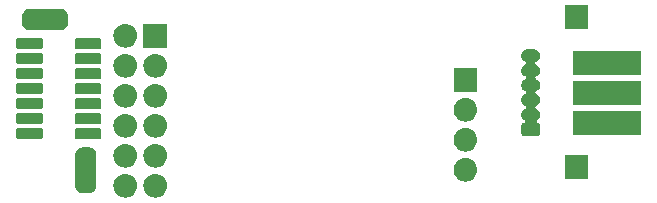
<source format=gbs>
G04 #@! TF.GenerationSoftware,KiCad,Pcbnew,(5.1.4)-1*
G04 #@! TF.CreationDate,2020-02-28T22:33:25+00:00*
G04 #@! TF.ProjectId,analog,616e616c-6f67-42e6-9b69-6361645f7063,rev?*
G04 #@! TF.SameCoordinates,Original*
G04 #@! TF.FileFunction,Soldermask,Bot*
G04 #@! TF.FilePolarity,Negative*
%FSLAX46Y46*%
G04 Gerber Fmt 4.6, Leading zero omitted, Abs format (unit mm)*
G04 Created by KiCad (PCBNEW (5.1.4)-1) date 2020-02-28 22:33:25*
%MOMM*%
%LPD*%
G04 APERTURE LIST*
%ADD10C,0.100000*%
G04 APERTURE END LIST*
D10*
G36*
X40549836Y-46090830D02*
G01*
X40738332Y-46148009D01*
X40912058Y-46240868D01*
X41064328Y-46365832D01*
X41189292Y-46518102D01*
X41282151Y-46691828D01*
X41339330Y-46880324D01*
X41358638Y-47076360D01*
X41339330Y-47272396D01*
X41282151Y-47460892D01*
X41189292Y-47634618D01*
X41064328Y-47786888D01*
X40912058Y-47911852D01*
X40738332Y-48004711D01*
X40549836Y-48061890D01*
X40402920Y-48076360D01*
X40304680Y-48076360D01*
X40157764Y-48061890D01*
X39969268Y-48004711D01*
X39795542Y-47911852D01*
X39643272Y-47786888D01*
X39518308Y-47634618D01*
X39425449Y-47460892D01*
X39368270Y-47272396D01*
X39348962Y-47076360D01*
X39368270Y-46880324D01*
X39425449Y-46691828D01*
X39518308Y-46518102D01*
X39643272Y-46365832D01*
X39795542Y-46240868D01*
X39969268Y-46148009D01*
X40157764Y-46090830D01*
X40304680Y-46076360D01*
X40402920Y-46076360D01*
X40549836Y-46090830D01*
X40549836Y-46090830D01*
G37*
G36*
X38009836Y-46090830D02*
G01*
X38198332Y-46148009D01*
X38372058Y-46240868D01*
X38524328Y-46365832D01*
X38649292Y-46518102D01*
X38742151Y-46691828D01*
X38799330Y-46880324D01*
X38818638Y-47076360D01*
X38799330Y-47272396D01*
X38742151Y-47460892D01*
X38649292Y-47634618D01*
X38524328Y-47786888D01*
X38372058Y-47911852D01*
X38198332Y-48004711D01*
X38009836Y-48061890D01*
X37862920Y-48076360D01*
X37764680Y-48076360D01*
X37617764Y-48061890D01*
X37429268Y-48004711D01*
X37255542Y-47911852D01*
X37103272Y-47786888D01*
X36978308Y-47634618D01*
X36885449Y-47460892D01*
X36828270Y-47272396D01*
X36808962Y-47076360D01*
X36828270Y-46880324D01*
X36885449Y-46691828D01*
X36978308Y-46518102D01*
X37103272Y-46365832D01*
X37255542Y-46240868D01*
X37429268Y-46148009D01*
X37617764Y-46090830D01*
X37764680Y-46076360D01*
X37862920Y-46076360D01*
X38009836Y-46090830D01*
X38009836Y-46090830D01*
G37*
G36*
X34737947Y-43816147D02*
G01*
X34750689Y-43816773D01*
X34768863Y-43816773D01*
X34811042Y-43820927D01*
X34894639Y-43837556D01*
X34900779Y-43839418D01*
X34900787Y-43839420D01*
X34929062Y-43847997D01*
X34929065Y-43847998D01*
X34935203Y-43849860D01*
X35013956Y-43882480D01*
X35019614Y-43885504D01*
X35019618Y-43885506D01*
X35045677Y-43899435D01*
X35045684Y-43899440D01*
X35051340Y-43902463D01*
X35122217Y-43949821D01*
X35154977Y-43976707D01*
X35215253Y-44036983D01*
X35242139Y-44069743D01*
X35289497Y-44140620D01*
X35292520Y-44146276D01*
X35292525Y-44146283D01*
X35306454Y-44172342D01*
X35306456Y-44172346D01*
X35309480Y-44178004D01*
X35342100Y-44256757D01*
X35343962Y-44262895D01*
X35343963Y-44262898D01*
X35352540Y-44291173D01*
X35352542Y-44291181D01*
X35354404Y-44297321D01*
X35371033Y-44380918D01*
X35375187Y-44423097D01*
X35375187Y-44441271D01*
X35375813Y-44454013D01*
X35377595Y-44472106D01*
X35377595Y-45009334D01*
X35376866Y-45016736D01*
X35376240Y-45029478D01*
X35376240Y-46501962D01*
X35376866Y-46514704D01*
X35377595Y-46522106D01*
X35377595Y-47059334D01*
X35375813Y-47077427D01*
X35375187Y-47090169D01*
X35375187Y-47108343D01*
X35371033Y-47150522D01*
X35354404Y-47234119D01*
X35352542Y-47240259D01*
X35352540Y-47240267D01*
X35343963Y-47268542D01*
X35342100Y-47274683D01*
X35309480Y-47353436D01*
X35306456Y-47359094D01*
X35306454Y-47359098D01*
X35292525Y-47385157D01*
X35292520Y-47385164D01*
X35289497Y-47390820D01*
X35242139Y-47461697D01*
X35215253Y-47494457D01*
X35154977Y-47554733D01*
X35122217Y-47581619D01*
X35051340Y-47628977D01*
X35045684Y-47632000D01*
X35045677Y-47632005D01*
X35019618Y-47645934D01*
X35019614Y-47645936D01*
X35013956Y-47648960D01*
X34935203Y-47681580D01*
X34929065Y-47683442D01*
X34929062Y-47683443D01*
X34900787Y-47692020D01*
X34900779Y-47692022D01*
X34894639Y-47693884D01*
X34811042Y-47710513D01*
X34768863Y-47714667D01*
X34750689Y-47714667D01*
X34737947Y-47715293D01*
X34726240Y-47716446D01*
X34719854Y-47717075D01*
X34232626Y-47717075D01*
X34214533Y-47715293D01*
X34201791Y-47714667D01*
X34183617Y-47714667D01*
X34141438Y-47710513D01*
X34057841Y-47693884D01*
X34051701Y-47692022D01*
X34051693Y-47692020D01*
X34023418Y-47683443D01*
X34023415Y-47683442D01*
X34017277Y-47681580D01*
X33938524Y-47648960D01*
X33932866Y-47645936D01*
X33932862Y-47645934D01*
X33906803Y-47632005D01*
X33906796Y-47632000D01*
X33901140Y-47628977D01*
X33830263Y-47581619D01*
X33797503Y-47554733D01*
X33737227Y-47494457D01*
X33710341Y-47461697D01*
X33662983Y-47390820D01*
X33659960Y-47385164D01*
X33659955Y-47385157D01*
X33646026Y-47359098D01*
X33646024Y-47359094D01*
X33643000Y-47353436D01*
X33610380Y-47274683D01*
X33608517Y-47268542D01*
X33599940Y-47240267D01*
X33599938Y-47240259D01*
X33598076Y-47234119D01*
X33581447Y-47150522D01*
X33577293Y-47108343D01*
X33577293Y-47090169D01*
X33576667Y-47077427D01*
X33574885Y-47059334D01*
X33574885Y-46522106D01*
X33575614Y-46514704D01*
X33576240Y-46501962D01*
X33576240Y-45029478D01*
X33575614Y-45016736D01*
X33574885Y-45009334D01*
X33574885Y-44472106D01*
X33576667Y-44454013D01*
X33577293Y-44441271D01*
X33577293Y-44423097D01*
X33581447Y-44380918D01*
X33598076Y-44297321D01*
X33599938Y-44291181D01*
X33599940Y-44291173D01*
X33608517Y-44262898D01*
X33608518Y-44262895D01*
X33610380Y-44256757D01*
X33643000Y-44178004D01*
X33646024Y-44172346D01*
X33646026Y-44172342D01*
X33659955Y-44146283D01*
X33659960Y-44146276D01*
X33662983Y-44140620D01*
X33710341Y-44069743D01*
X33737227Y-44036983D01*
X33797503Y-43976707D01*
X33830263Y-43949821D01*
X33901140Y-43902463D01*
X33906796Y-43899440D01*
X33906803Y-43899435D01*
X33932862Y-43885506D01*
X33932866Y-43885504D01*
X33938524Y-43882480D01*
X34017277Y-43849860D01*
X34023415Y-43847998D01*
X34023418Y-43847997D01*
X34051693Y-43839420D01*
X34051701Y-43839418D01*
X34057841Y-43837556D01*
X34141438Y-43820927D01*
X34183617Y-43816773D01*
X34201791Y-43816773D01*
X34214533Y-43816147D01*
X34232626Y-43814365D01*
X34719854Y-43814365D01*
X34737947Y-43816147D01*
X34737947Y-43816147D01*
G37*
G36*
X66813436Y-44744630D02*
G01*
X67001932Y-44801809D01*
X67175658Y-44894668D01*
X67327928Y-45019632D01*
X67452892Y-45171902D01*
X67545751Y-45345628D01*
X67602930Y-45534124D01*
X67622238Y-45730160D01*
X67602930Y-45926196D01*
X67545751Y-46114692D01*
X67452892Y-46288418D01*
X67327928Y-46440688D01*
X67175658Y-46565652D01*
X67001932Y-46658511D01*
X66813436Y-46715690D01*
X66666520Y-46730160D01*
X66568280Y-46730160D01*
X66421364Y-46715690D01*
X66232868Y-46658511D01*
X66059142Y-46565652D01*
X65906872Y-46440688D01*
X65781908Y-46288418D01*
X65689049Y-46114692D01*
X65631870Y-45926196D01*
X65612562Y-45730160D01*
X65631870Y-45534124D01*
X65689049Y-45345628D01*
X65781908Y-45171902D01*
X65906872Y-45019632D01*
X66059142Y-44894668D01*
X66232868Y-44801809D01*
X66421364Y-44744630D01*
X66568280Y-44730160D01*
X66666520Y-44730160D01*
X66813436Y-44744630D01*
X66813436Y-44744630D01*
G37*
G36*
X77040800Y-46500960D02*
G01*
X75040800Y-46500960D01*
X75040800Y-44500960D01*
X77040800Y-44500960D01*
X77040800Y-46500960D01*
X77040800Y-46500960D01*
G37*
G36*
X40549836Y-43550830D02*
G01*
X40738332Y-43608009D01*
X40912058Y-43700868D01*
X41064328Y-43825832D01*
X41189292Y-43978102D01*
X41282151Y-44151828D01*
X41339330Y-44340324D01*
X41358638Y-44536360D01*
X41339330Y-44732396D01*
X41282151Y-44920892D01*
X41189292Y-45094618D01*
X41064328Y-45246888D01*
X40912058Y-45371852D01*
X40738332Y-45464711D01*
X40549836Y-45521890D01*
X40402920Y-45536360D01*
X40304680Y-45536360D01*
X40157764Y-45521890D01*
X39969268Y-45464711D01*
X39795542Y-45371852D01*
X39643272Y-45246888D01*
X39518308Y-45094618D01*
X39425449Y-44920892D01*
X39368270Y-44732396D01*
X39348962Y-44536360D01*
X39368270Y-44340324D01*
X39425449Y-44151828D01*
X39518308Y-43978102D01*
X39643272Y-43825832D01*
X39795542Y-43700868D01*
X39969268Y-43608009D01*
X40157764Y-43550830D01*
X40304680Y-43536360D01*
X40402920Y-43536360D01*
X40549836Y-43550830D01*
X40549836Y-43550830D01*
G37*
G36*
X38009836Y-43550830D02*
G01*
X38198332Y-43608009D01*
X38372058Y-43700868D01*
X38524328Y-43825832D01*
X38649292Y-43978102D01*
X38742151Y-44151828D01*
X38799330Y-44340324D01*
X38818638Y-44536360D01*
X38799330Y-44732396D01*
X38742151Y-44920892D01*
X38649292Y-45094618D01*
X38524328Y-45246888D01*
X38372058Y-45371852D01*
X38198332Y-45464711D01*
X38009836Y-45521890D01*
X37862920Y-45536360D01*
X37764680Y-45536360D01*
X37617764Y-45521890D01*
X37429268Y-45464711D01*
X37255542Y-45371852D01*
X37103272Y-45246888D01*
X36978308Y-45094618D01*
X36885449Y-44920892D01*
X36828270Y-44732396D01*
X36808962Y-44536360D01*
X36828270Y-44340324D01*
X36885449Y-44151828D01*
X36978308Y-43978102D01*
X37103272Y-43825832D01*
X37255542Y-43700868D01*
X37429268Y-43608009D01*
X37617764Y-43550830D01*
X37764680Y-43536360D01*
X37862920Y-43536360D01*
X38009836Y-43550830D01*
X38009836Y-43550830D01*
G37*
G36*
X66813436Y-42204630D02*
G01*
X67001932Y-42261809D01*
X67175658Y-42354668D01*
X67327928Y-42479632D01*
X67452892Y-42631902D01*
X67545751Y-42805628D01*
X67602930Y-42994124D01*
X67622238Y-43190160D01*
X67602930Y-43386196D01*
X67545751Y-43574692D01*
X67452892Y-43748418D01*
X67327928Y-43900688D01*
X67175658Y-44025652D01*
X67001932Y-44118511D01*
X66813436Y-44175690D01*
X66666520Y-44190160D01*
X66568280Y-44190160D01*
X66421364Y-44175690D01*
X66232868Y-44118511D01*
X66059142Y-44025652D01*
X65906872Y-43900688D01*
X65781908Y-43748418D01*
X65689049Y-43574692D01*
X65631870Y-43386196D01*
X65612562Y-43190160D01*
X65631870Y-42994124D01*
X65689049Y-42805628D01*
X65781908Y-42631902D01*
X65906872Y-42479632D01*
X66059142Y-42354668D01*
X66232868Y-42261809D01*
X66421364Y-42204630D01*
X66568280Y-42190160D01*
X66666520Y-42190160D01*
X66813436Y-42204630D01*
X66813436Y-42204630D01*
G37*
G36*
X35662372Y-42207911D02*
G01*
X35692267Y-42216980D01*
X35719822Y-42231708D01*
X35743972Y-42251528D01*
X35763792Y-42275678D01*
X35778520Y-42303233D01*
X35787589Y-42333128D01*
X35791280Y-42370606D01*
X35791280Y-42937834D01*
X35787589Y-42975312D01*
X35778520Y-43005207D01*
X35763792Y-43032762D01*
X35743972Y-43056912D01*
X35719822Y-43076732D01*
X35692267Y-43091460D01*
X35662372Y-43100529D01*
X35624894Y-43104220D01*
X33707666Y-43104220D01*
X33670188Y-43100529D01*
X33640293Y-43091460D01*
X33612738Y-43076732D01*
X33588588Y-43056912D01*
X33568768Y-43032762D01*
X33554040Y-43005207D01*
X33544971Y-42975312D01*
X33541280Y-42937834D01*
X33541280Y-42370606D01*
X33544971Y-42333128D01*
X33554040Y-42303233D01*
X33568768Y-42275678D01*
X33588588Y-42251528D01*
X33612738Y-42231708D01*
X33640293Y-42216980D01*
X33670188Y-42207911D01*
X33707666Y-42204220D01*
X35624894Y-42204220D01*
X35662372Y-42207911D01*
X35662372Y-42207911D01*
G37*
G36*
X30712372Y-42207911D02*
G01*
X30742267Y-42216980D01*
X30769822Y-42231708D01*
X30793972Y-42251528D01*
X30813792Y-42275678D01*
X30828520Y-42303233D01*
X30837589Y-42333128D01*
X30841280Y-42370606D01*
X30841280Y-42937834D01*
X30837589Y-42975312D01*
X30828520Y-43005207D01*
X30813792Y-43032762D01*
X30793972Y-43056912D01*
X30769822Y-43076732D01*
X30742267Y-43091460D01*
X30712372Y-43100529D01*
X30674894Y-43104220D01*
X28757666Y-43104220D01*
X28720188Y-43100529D01*
X28690293Y-43091460D01*
X28662738Y-43076732D01*
X28638588Y-43056912D01*
X28618768Y-43032762D01*
X28604040Y-43005207D01*
X28594971Y-42975312D01*
X28591280Y-42937834D01*
X28591280Y-42370606D01*
X28594971Y-42333128D01*
X28604040Y-42303233D01*
X28618768Y-42275678D01*
X28638588Y-42251528D01*
X28662738Y-42231708D01*
X28690293Y-42216980D01*
X28720188Y-42207911D01*
X28757666Y-42204220D01*
X30674894Y-42204220D01*
X30712372Y-42207911D01*
X30712372Y-42207911D01*
G37*
G36*
X38009836Y-41010830D02*
G01*
X38198332Y-41068009D01*
X38372058Y-41160868D01*
X38524328Y-41285832D01*
X38649292Y-41438102D01*
X38742151Y-41611828D01*
X38799330Y-41800324D01*
X38818638Y-41996360D01*
X38799330Y-42192396D01*
X38742151Y-42380892D01*
X38649292Y-42554618D01*
X38524328Y-42706888D01*
X38372058Y-42831852D01*
X38198332Y-42924711D01*
X38009836Y-42981890D01*
X37862920Y-42996360D01*
X37764680Y-42996360D01*
X37617764Y-42981890D01*
X37429268Y-42924711D01*
X37255542Y-42831852D01*
X37103272Y-42706888D01*
X36978308Y-42554618D01*
X36885449Y-42380892D01*
X36828270Y-42192396D01*
X36808962Y-41996360D01*
X36828270Y-41800324D01*
X36885449Y-41611828D01*
X36978308Y-41438102D01*
X37103272Y-41285832D01*
X37255542Y-41160868D01*
X37429268Y-41068009D01*
X37617764Y-41010830D01*
X37764680Y-40996360D01*
X37862920Y-40996360D01*
X38009836Y-41010830D01*
X38009836Y-41010830D01*
G37*
G36*
X40549836Y-41010830D02*
G01*
X40738332Y-41068009D01*
X40912058Y-41160868D01*
X41064328Y-41285832D01*
X41189292Y-41438102D01*
X41282151Y-41611828D01*
X41339330Y-41800324D01*
X41358638Y-41996360D01*
X41339330Y-42192396D01*
X41282151Y-42380892D01*
X41189292Y-42554618D01*
X41064328Y-42706888D01*
X40912058Y-42831852D01*
X40738332Y-42924711D01*
X40549836Y-42981890D01*
X40402920Y-42996360D01*
X40304680Y-42996360D01*
X40157764Y-42981890D01*
X39969268Y-42924711D01*
X39795542Y-42831852D01*
X39643272Y-42706888D01*
X39518308Y-42554618D01*
X39425449Y-42380892D01*
X39368270Y-42192396D01*
X39348962Y-41996360D01*
X39368270Y-41800324D01*
X39425449Y-41611828D01*
X39518308Y-41438102D01*
X39643272Y-41285832D01*
X39795542Y-41160868D01*
X39969268Y-41068009D01*
X40157764Y-41010830D01*
X40304680Y-40996360D01*
X40402920Y-40996360D01*
X40549836Y-41010830D01*
X40549836Y-41010830D01*
G37*
G36*
X72512420Y-35508918D02*
G01*
X72616093Y-35540367D01*
X72663868Y-35565904D01*
X72711642Y-35591439D01*
X72711644Y-35591440D01*
X72711643Y-35591440D01*
X72795390Y-35660170D01*
X72864120Y-35743917D01*
X72915193Y-35839467D01*
X72946642Y-35943140D01*
X72957261Y-36050960D01*
X72946642Y-36158780D01*
X72915193Y-36262453D01*
X72915192Y-36262454D01*
X72864121Y-36358002D01*
X72795390Y-36441750D01*
X72711642Y-36510481D01*
X72671704Y-36531828D01*
X72616545Y-36561311D01*
X72595356Y-36575469D01*
X72577335Y-36593489D01*
X72563177Y-36614679D01*
X72553425Y-36638223D01*
X72548453Y-36663218D01*
X72548453Y-36688702D01*
X72553425Y-36713697D01*
X72563177Y-36737241D01*
X72577335Y-36758430D01*
X72595355Y-36776451D01*
X72616545Y-36790609D01*
X72711642Y-36841439D01*
X72711644Y-36841440D01*
X72711643Y-36841440D01*
X72795390Y-36910170D01*
X72864120Y-36993917D01*
X72915193Y-37089467D01*
X72946642Y-37193140D01*
X72957261Y-37300960D01*
X72946642Y-37408780D01*
X72915193Y-37512453D01*
X72915192Y-37512454D01*
X72864121Y-37608002D01*
X72795390Y-37691750D01*
X72711642Y-37760481D01*
X72639166Y-37799220D01*
X72616545Y-37811311D01*
X72595356Y-37825469D01*
X72577335Y-37843489D01*
X72563177Y-37864679D01*
X72553425Y-37888223D01*
X72548453Y-37913218D01*
X72548453Y-37938702D01*
X72553425Y-37963697D01*
X72563177Y-37987241D01*
X72577335Y-38008430D01*
X72595355Y-38026451D01*
X72616545Y-38040609D01*
X72711642Y-38091439D01*
X72711644Y-38091440D01*
X72711643Y-38091440D01*
X72795390Y-38160170D01*
X72864120Y-38243917D01*
X72915193Y-38339467D01*
X72946642Y-38443140D01*
X72957261Y-38550960D01*
X72946642Y-38658780D01*
X72915193Y-38762453D01*
X72915192Y-38762454D01*
X72864121Y-38858002D01*
X72795390Y-38941750D01*
X72711642Y-39010481D01*
X72627771Y-39055311D01*
X72616545Y-39061311D01*
X72595356Y-39075469D01*
X72577335Y-39093489D01*
X72563177Y-39114679D01*
X72553425Y-39138223D01*
X72548453Y-39163218D01*
X72548453Y-39188702D01*
X72553425Y-39213697D01*
X72563177Y-39237241D01*
X72577335Y-39258430D01*
X72595355Y-39276451D01*
X72616545Y-39290609D01*
X72711642Y-39341439D01*
X72795390Y-39410170D01*
X72833298Y-39456360D01*
X72864120Y-39493917D01*
X72915193Y-39589467D01*
X72946642Y-39693140D01*
X72957261Y-39800960D01*
X72946642Y-39908780D01*
X72915193Y-40012453D01*
X72889656Y-40060228D01*
X72864121Y-40108002D01*
X72795390Y-40191750D01*
X72711642Y-40260481D01*
X72652950Y-40291852D01*
X72616545Y-40311311D01*
X72595356Y-40325469D01*
X72577335Y-40343489D01*
X72563177Y-40364679D01*
X72553425Y-40388223D01*
X72548453Y-40413218D01*
X72548453Y-40438702D01*
X72553425Y-40463697D01*
X72563177Y-40487241D01*
X72577335Y-40508430D01*
X72595355Y-40526451D01*
X72616545Y-40540609D01*
X72711642Y-40591439D01*
X72711644Y-40591440D01*
X72711643Y-40591440D01*
X72795390Y-40660170D01*
X72864120Y-40743917D01*
X72915193Y-40839467D01*
X72946642Y-40943140D01*
X72957261Y-41050960D01*
X72946642Y-41158780D01*
X72915193Y-41262453D01*
X72889656Y-41310228D01*
X72864121Y-41358002D01*
X72795390Y-41441750D01*
X72711642Y-41510481D01*
X72711640Y-41510482D01*
X72709733Y-41512047D01*
X72692632Y-41523474D01*
X72674611Y-41541495D01*
X72660453Y-41562684D01*
X72650701Y-41586228D01*
X72645729Y-41611223D01*
X72645729Y-41636707D01*
X72650701Y-41661702D01*
X72660453Y-41685246D01*
X72674611Y-41706435D01*
X72692632Y-41724456D01*
X72713821Y-41738614D01*
X72737365Y-41748366D01*
X72762359Y-41753338D01*
X72785448Y-41755612D01*
X72824722Y-41767526D01*
X72860921Y-41786875D01*
X72892648Y-41812912D01*
X72918685Y-41844639D01*
X72938034Y-41880838D01*
X72949948Y-41920113D01*
X72954600Y-41967346D01*
X72954600Y-42634574D01*
X72949948Y-42681807D01*
X72938034Y-42721082D01*
X72918685Y-42757281D01*
X72892648Y-42789008D01*
X72860921Y-42815045D01*
X72824722Y-42834394D01*
X72785447Y-42846308D01*
X72738214Y-42850960D01*
X71570986Y-42850960D01*
X71523753Y-42846308D01*
X71484478Y-42834394D01*
X71448279Y-42815045D01*
X71416552Y-42789008D01*
X71390515Y-42757281D01*
X71371166Y-42721082D01*
X71359252Y-42681807D01*
X71354600Y-42634574D01*
X71354600Y-41967346D01*
X71359252Y-41920113D01*
X71371166Y-41880838D01*
X71390515Y-41844639D01*
X71416552Y-41812912D01*
X71448279Y-41786875D01*
X71484478Y-41767526D01*
X71523752Y-41755612D01*
X71546841Y-41753338D01*
X71571835Y-41748366D01*
X71595380Y-41738614D01*
X71616569Y-41724455D01*
X71634589Y-41706435D01*
X71648747Y-41685246D01*
X71658499Y-41661701D01*
X71663471Y-41636707D01*
X71663471Y-41611222D01*
X71658499Y-41586228D01*
X71648747Y-41562683D01*
X71634588Y-41541494D01*
X71616568Y-41523474D01*
X71599467Y-41512047D01*
X71597560Y-41510482D01*
X71597558Y-41510481D01*
X71513810Y-41441750D01*
X71445079Y-41358002D01*
X71419544Y-41310228D01*
X71394007Y-41262453D01*
X71362558Y-41158780D01*
X71351939Y-41050960D01*
X71362558Y-40943140D01*
X71394007Y-40839467D01*
X71445080Y-40743917D01*
X71513810Y-40660170D01*
X71597557Y-40591440D01*
X71597556Y-40591440D01*
X71597558Y-40591439D01*
X71692655Y-40540609D01*
X71713844Y-40526451D01*
X71731865Y-40508431D01*
X71746023Y-40487241D01*
X71755775Y-40463697D01*
X71760747Y-40438702D01*
X71760747Y-40413218D01*
X71755775Y-40388223D01*
X71746023Y-40364679D01*
X71731865Y-40343490D01*
X71713845Y-40325469D01*
X71692655Y-40311311D01*
X71656250Y-40291852D01*
X71597558Y-40260481D01*
X71513810Y-40191750D01*
X71445079Y-40108002D01*
X71419544Y-40060228D01*
X71394007Y-40012453D01*
X71362558Y-39908780D01*
X71351939Y-39800960D01*
X71362558Y-39693140D01*
X71394007Y-39589467D01*
X71445080Y-39493917D01*
X71475903Y-39456360D01*
X71513810Y-39410170D01*
X71597558Y-39341439D01*
X71692655Y-39290609D01*
X71713844Y-39276451D01*
X71731865Y-39258431D01*
X71746023Y-39237241D01*
X71755775Y-39213697D01*
X71760747Y-39188702D01*
X71760747Y-39163218D01*
X71755775Y-39138223D01*
X71746023Y-39114679D01*
X71731865Y-39093490D01*
X71713845Y-39075469D01*
X71692655Y-39061311D01*
X71681429Y-39055311D01*
X71597558Y-39010481D01*
X71513810Y-38941750D01*
X71445079Y-38858002D01*
X71394008Y-38762454D01*
X71394007Y-38762453D01*
X71362558Y-38658780D01*
X71351939Y-38550960D01*
X71362558Y-38443140D01*
X71394007Y-38339467D01*
X71445080Y-38243917D01*
X71513810Y-38160170D01*
X71597557Y-38091440D01*
X71597556Y-38091440D01*
X71597558Y-38091439D01*
X71692655Y-38040609D01*
X71713844Y-38026451D01*
X71731865Y-38008431D01*
X71746023Y-37987241D01*
X71755775Y-37963697D01*
X71760747Y-37938702D01*
X71760747Y-37913218D01*
X71755775Y-37888223D01*
X71746023Y-37864679D01*
X71731865Y-37843490D01*
X71713845Y-37825469D01*
X71692655Y-37811311D01*
X71670034Y-37799220D01*
X71597558Y-37760481D01*
X71513810Y-37691750D01*
X71445079Y-37608002D01*
X71394008Y-37512454D01*
X71394007Y-37512453D01*
X71362558Y-37408780D01*
X71351939Y-37300960D01*
X71362558Y-37193140D01*
X71394007Y-37089467D01*
X71445080Y-36993917D01*
X71513810Y-36910170D01*
X71597557Y-36841440D01*
X71597556Y-36841440D01*
X71597558Y-36841439D01*
X71692655Y-36790609D01*
X71713844Y-36776451D01*
X71731865Y-36758431D01*
X71746023Y-36737241D01*
X71755775Y-36713697D01*
X71760747Y-36688702D01*
X71760747Y-36663218D01*
X71755775Y-36638223D01*
X71746023Y-36614679D01*
X71731865Y-36593490D01*
X71713845Y-36575469D01*
X71692655Y-36561311D01*
X71637496Y-36531828D01*
X71597558Y-36510481D01*
X71513810Y-36441750D01*
X71445079Y-36358002D01*
X71394008Y-36262454D01*
X71394007Y-36262453D01*
X71362558Y-36158780D01*
X71351939Y-36050960D01*
X71362558Y-35943140D01*
X71394007Y-35839467D01*
X71445080Y-35743917D01*
X71513810Y-35660170D01*
X71597557Y-35591440D01*
X71597556Y-35591440D01*
X71597558Y-35591439D01*
X71645332Y-35565903D01*
X71693107Y-35540367D01*
X71796780Y-35508918D01*
X71877582Y-35500960D01*
X72431618Y-35500960D01*
X72512420Y-35508918D01*
X72512420Y-35508918D01*
G37*
G36*
X81502000Y-42765960D02*
G01*
X75702000Y-42765960D01*
X75702000Y-40715960D01*
X81502000Y-40715960D01*
X81502000Y-42765960D01*
X81502000Y-42765960D01*
G37*
G36*
X30712372Y-40937911D02*
G01*
X30742267Y-40946980D01*
X30769822Y-40961708D01*
X30793972Y-40981528D01*
X30813792Y-41005678D01*
X30828520Y-41033233D01*
X30837589Y-41063128D01*
X30841280Y-41100606D01*
X30841280Y-41667834D01*
X30837589Y-41705312D01*
X30828520Y-41735207D01*
X30813792Y-41762762D01*
X30793972Y-41786912D01*
X30769822Y-41806732D01*
X30742267Y-41821460D01*
X30712372Y-41830529D01*
X30674894Y-41834220D01*
X28757666Y-41834220D01*
X28720188Y-41830529D01*
X28690293Y-41821460D01*
X28662738Y-41806732D01*
X28638588Y-41786912D01*
X28618768Y-41762762D01*
X28604040Y-41735207D01*
X28594971Y-41705312D01*
X28591280Y-41667834D01*
X28591280Y-41100606D01*
X28594971Y-41063128D01*
X28604040Y-41033233D01*
X28618768Y-41005678D01*
X28638588Y-40981528D01*
X28662738Y-40961708D01*
X28690293Y-40946980D01*
X28720188Y-40937911D01*
X28757666Y-40934220D01*
X30674894Y-40934220D01*
X30712372Y-40937911D01*
X30712372Y-40937911D01*
G37*
G36*
X35662372Y-40937911D02*
G01*
X35692267Y-40946980D01*
X35719822Y-40961708D01*
X35743972Y-40981528D01*
X35763792Y-41005678D01*
X35778520Y-41033233D01*
X35787589Y-41063128D01*
X35791280Y-41100606D01*
X35791280Y-41667834D01*
X35787589Y-41705312D01*
X35778520Y-41735207D01*
X35763792Y-41762762D01*
X35743972Y-41786912D01*
X35719822Y-41806732D01*
X35692267Y-41821460D01*
X35662372Y-41830529D01*
X35624894Y-41834220D01*
X33707666Y-41834220D01*
X33670188Y-41830529D01*
X33640293Y-41821460D01*
X33612738Y-41806732D01*
X33588588Y-41786912D01*
X33568768Y-41762762D01*
X33554040Y-41735207D01*
X33544971Y-41705312D01*
X33541280Y-41667834D01*
X33541280Y-41100606D01*
X33544971Y-41063128D01*
X33554040Y-41033233D01*
X33568768Y-41005678D01*
X33588588Y-40981528D01*
X33612738Y-40961708D01*
X33640293Y-40946980D01*
X33670188Y-40937911D01*
X33707666Y-40934220D01*
X35624894Y-40934220D01*
X35662372Y-40937911D01*
X35662372Y-40937911D01*
G37*
G36*
X66813436Y-39664630D02*
G01*
X67001932Y-39721809D01*
X67175658Y-39814668D01*
X67327928Y-39939632D01*
X67452892Y-40091902D01*
X67545751Y-40265628D01*
X67602930Y-40454124D01*
X67622238Y-40650160D01*
X67602930Y-40846196D01*
X67545751Y-41034692D01*
X67452892Y-41208418D01*
X67327928Y-41360688D01*
X67175658Y-41485652D01*
X67001932Y-41578511D01*
X66813436Y-41635690D01*
X66666520Y-41650160D01*
X66568280Y-41650160D01*
X66421364Y-41635690D01*
X66232868Y-41578511D01*
X66059142Y-41485652D01*
X65906872Y-41360688D01*
X65781908Y-41208418D01*
X65689049Y-41034692D01*
X65631870Y-40846196D01*
X65612562Y-40650160D01*
X65631870Y-40454124D01*
X65689049Y-40265628D01*
X65781908Y-40091902D01*
X65906872Y-39939632D01*
X66059142Y-39814668D01*
X66232868Y-39721809D01*
X66421364Y-39664630D01*
X66568280Y-39650160D01*
X66666520Y-39650160D01*
X66813436Y-39664630D01*
X66813436Y-39664630D01*
G37*
G36*
X30712372Y-39667911D02*
G01*
X30742267Y-39676980D01*
X30769822Y-39691708D01*
X30793972Y-39711528D01*
X30813792Y-39735678D01*
X30828520Y-39763233D01*
X30837589Y-39793128D01*
X30841280Y-39830606D01*
X30841280Y-40397834D01*
X30837589Y-40435312D01*
X30828520Y-40465207D01*
X30813792Y-40492762D01*
X30793972Y-40516912D01*
X30769822Y-40536732D01*
X30742267Y-40551460D01*
X30712372Y-40560529D01*
X30674894Y-40564220D01*
X28757666Y-40564220D01*
X28720188Y-40560529D01*
X28690293Y-40551460D01*
X28662738Y-40536732D01*
X28638588Y-40516912D01*
X28618768Y-40492762D01*
X28604040Y-40465207D01*
X28594971Y-40435312D01*
X28591280Y-40397834D01*
X28591280Y-39830606D01*
X28594971Y-39793128D01*
X28604040Y-39763233D01*
X28618768Y-39735678D01*
X28638588Y-39711528D01*
X28662738Y-39691708D01*
X28690293Y-39676980D01*
X28720188Y-39667911D01*
X28757666Y-39664220D01*
X30674894Y-39664220D01*
X30712372Y-39667911D01*
X30712372Y-39667911D01*
G37*
G36*
X35662372Y-39667911D02*
G01*
X35692267Y-39676980D01*
X35719822Y-39691708D01*
X35743972Y-39711528D01*
X35763792Y-39735678D01*
X35778520Y-39763233D01*
X35787589Y-39793128D01*
X35791280Y-39830606D01*
X35791280Y-40397834D01*
X35787589Y-40435312D01*
X35778520Y-40465207D01*
X35763792Y-40492762D01*
X35743972Y-40516912D01*
X35719822Y-40536732D01*
X35692267Y-40551460D01*
X35662372Y-40560529D01*
X35624894Y-40564220D01*
X33707666Y-40564220D01*
X33670188Y-40560529D01*
X33640293Y-40551460D01*
X33612738Y-40536732D01*
X33588588Y-40516912D01*
X33568768Y-40492762D01*
X33554040Y-40465207D01*
X33544971Y-40435312D01*
X33541280Y-40397834D01*
X33541280Y-39830606D01*
X33544971Y-39793128D01*
X33554040Y-39763233D01*
X33568768Y-39735678D01*
X33588588Y-39711528D01*
X33612738Y-39691708D01*
X33640293Y-39676980D01*
X33670188Y-39667911D01*
X33707666Y-39664220D01*
X35624894Y-39664220D01*
X35662372Y-39667911D01*
X35662372Y-39667911D01*
G37*
G36*
X40549836Y-38470830D02*
G01*
X40738332Y-38528009D01*
X40912058Y-38620868D01*
X41064328Y-38745832D01*
X41189292Y-38898102D01*
X41282151Y-39071828D01*
X41339330Y-39260324D01*
X41358638Y-39456360D01*
X41339330Y-39652396D01*
X41282151Y-39840892D01*
X41189292Y-40014618D01*
X41064328Y-40166888D01*
X40912058Y-40291852D01*
X40738332Y-40384711D01*
X40549836Y-40441890D01*
X40402920Y-40456360D01*
X40304680Y-40456360D01*
X40157764Y-40441890D01*
X39969268Y-40384711D01*
X39795542Y-40291852D01*
X39643272Y-40166888D01*
X39518308Y-40014618D01*
X39425449Y-39840892D01*
X39368270Y-39652396D01*
X39348962Y-39456360D01*
X39368270Y-39260324D01*
X39425449Y-39071828D01*
X39518308Y-38898102D01*
X39643272Y-38745832D01*
X39795542Y-38620868D01*
X39969268Y-38528009D01*
X40157764Y-38470830D01*
X40304680Y-38456360D01*
X40402920Y-38456360D01*
X40549836Y-38470830D01*
X40549836Y-38470830D01*
G37*
G36*
X38009836Y-38470830D02*
G01*
X38198332Y-38528009D01*
X38372058Y-38620868D01*
X38524328Y-38745832D01*
X38649292Y-38898102D01*
X38742151Y-39071828D01*
X38799330Y-39260324D01*
X38818638Y-39456360D01*
X38799330Y-39652396D01*
X38742151Y-39840892D01*
X38649292Y-40014618D01*
X38524328Y-40166888D01*
X38372058Y-40291852D01*
X38198332Y-40384711D01*
X38009836Y-40441890D01*
X37862920Y-40456360D01*
X37764680Y-40456360D01*
X37617764Y-40441890D01*
X37429268Y-40384711D01*
X37255542Y-40291852D01*
X37103272Y-40166888D01*
X36978308Y-40014618D01*
X36885449Y-39840892D01*
X36828270Y-39652396D01*
X36808962Y-39456360D01*
X36828270Y-39260324D01*
X36885449Y-39071828D01*
X36978308Y-38898102D01*
X37103272Y-38745832D01*
X37255542Y-38620868D01*
X37429268Y-38528009D01*
X37617764Y-38470830D01*
X37764680Y-38456360D01*
X37862920Y-38456360D01*
X38009836Y-38470830D01*
X38009836Y-38470830D01*
G37*
G36*
X81502000Y-40225960D02*
G01*
X75702000Y-40225960D01*
X75702000Y-38175960D01*
X81502000Y-38175960D01*
X81502000Y-40225960D01*
X81502000Y-40225960D01*
G37*
G36*
X30712372Y-38397911D02*
G01*
X30742267Y-38406980D01*
X30769822Y-38421708D01*
X30793972Y-38441528D01*
X30813792Y-38465678D01*
X30828520Y-38493233D01*
X30837589Y-38523128D01*
X30841280Y-38560606D01*
X30841280Y-39127834D01*
X30837589Y-39165312D01*
X30828520Y-39195207D01*
X30813792Y-39222762D01*
X30793972Y-39246912D01*
X30769822Y-39266732D01*
X30742267Y-39281460D01*
X30712372Y-39290529D01*
X30674894Y-39294220D01*
X28757666Y-39294220D01*
X28720188Y-39290529D01*
X28690293Y-39281460D01*
X28662738Y-39266732D01*
X28638588Y-39246912D01*
X28618768Y-39222762D01*
X28604040Y-39195207D01*
X28594971Y-39165312D01*
X28591280Y-39127834D01*
X28591280Y-38560606D01*
X28594971Y-38523128D01*
X28604040Y-38493233D01*
X28618768Y-38465678D01*
X28638588Y-38441528D01*
X28662738Y-38421708D01*
X28690293Y-38406980D01*
X28720188Y-38397911D01*
X28757666Y-38394220D01*
X30674894Y-38394220D01*
X30712372Y-38397911D01*
X30712372Y-38397911D01*
G37*
G36*
X35662372Y-38397911D02*
G01*
X35692267Y-38406980D01*
X35719822Y-38421708D01*
X35743972Y-38441528D01*
X35763792Y-38465678D01*
X35778520Y-38493233D01*
X35787589Y-38523128D01*
X35791280Y-38560606D01*
X35791280Y-39127834D01*
X35787589Y-39165312D01*
X35778520Y-39195207D01*
X35763792Y-39222762D01*
X35743972Y-39246912D01*
X35719822Y-39266732D01*
X35692267Y-39281460D01*
X35662372Y-39290529D01*
X35624894Y-39294220D01*
X33707666Y-39294220D01*
X33670188Y-39290529D01*
X33640293Y-39281460D01*
X33612738Y-39266732D01*
X33588588Y-39246912D01*
X33568768Y-39222762D01*
X33554040Y-39195207D01*
X33544971Y-39165312D01*
X33541280Y-39127834D01*
X33541280Y-38560606D01*
X33544971Y-38523128D01*
X33554040Y-38493233D01*
X33568768Y-38465678D01*
X33588588Y-38441528D01*
X33612738Y-38421708D01*
X33640293Y-38406980D01*
X33670188Y-38397911D01*
X33707666Y-38394220D01*
X35624894Y-38394220D01*
X35662372Y-38397911D01*
X35662372Y-38397911D01*
G37*
G36*
X67617400Y-39110160D02*
G01*
X65617400Y-39110160D01*
X65617400Y-37110160D01*
X67617400Y-37110160D01*
X67617400Y-39110160D01*
X67617400Y-39110160D01*
G37*
G36*
X35662372Y-37127911D02*
G01*
X35692267Y-37136980D01*
X35719822Y-37151708D01*
X35743972Y-37171528D01*
X35763792Y-37195678D01*
X35778520Y-37223233D01*
X35787589Y-37253128D01*
X35791280Y-37290606D01*
X35791280Y-37857834D01*
X35787589Y-37895312D01*
X35778520Y-37925207D01*
X35763792Y-37952762D01*
X35743972Y-37976912D01*
X35719822Y-37996732D01*
X35692267Y-38011460D01*
X35662372Y-38020529D01*
X35624894Y-38024220D01*
X33707666Y-38024220D01*
X33670188Y-38020529D01*
X33640293Y-38011460D01*
X33612738Y-37996732D01*
X33588588Y-37976912D01*
X33568768Y-37952762D01*
X33554040Y-37925207D01*
X33544971Y-37895312D01*
X33541280Y-37857834D01*
X33541280Y-37290606D01*
X33544971Y-37253128D01*
X33554040Y-37223233D01*
X33568768Y-37195678D01*
X33588588Y-37171528D01*
X33612738Y-37151708D01*
X33640293Y-37136980D01*
X33670188Y-37127911D01*
X33707666Y-37124220D01*
X35624894Y-37124220D01*
X35662372Y-37127911D01*
X35662372Y-37127911D01*
G37*
G36*
X30712372Y-37127911D02*
G01*
X30742267Y-37136980D01*
X30769822Y-37151708D01*
X30793972Y-37171528D01*
X30813792Y-37195678D01*
X30828520Y-37223233D01*
X30837589Y-37253128D01*
X30841280Y-37290606D01*
X30841280Y-37857834D01*
X30837589Y-37895312D01*
X30828520Y-37925207D01*
X30813792Y-37952762D01*
X30793972Y-37976912D01*
X30769822Y-37996732D01*
X30742267Y-38011460D01*
X30712372Y-38020529D01*
X30674894Y-38024220D01*
X28757666Y-38024220D01*
X28720188Y-38020529D01*
X28690293Y-38011460D01*
X28662738Y-37996732D01*
X28638588Y-37976912D01*
X28618768Y-37952762D01*
X28604040Y-37925207D01*
X28594971Y-37895312D01*
X28591280Y-37857834D01*
X28591280Y-37290606D01*
X28594971Y-37253128D01*
X28604040Y-37223233D01*
X28618768Y-37195678D01*
X28638588Y-37171528D01*
X28662738Y-37151708D01*
X28690293Y-37136980D01*
X28720188Y-37127911D01*
X28757666Y-37124220D01*
X30674894Y-37124220D01*
X30712372Y-37127911D01*
X30712372Y-37127911D01*
G37*
G36*
X40549836Y-35930830D02*
G01*
X40738332Y-35988009D01*
X40912058Y-36080868D01*
X41064328Y-36205832D01*
X41189292Y-36358102D01*
X41282151Y-36531828D01*
X41339330Y-36720324D01*
X41358638Y-36916360D01*
X41339330Y-37112396D01*
X41282151Y-37300892D01*
X41189292Y-37474618D01*
X41064328Y-37626888D01*
X40912058Y-37751852D01*
X40738332Y-37844711D01*
X40549836Y-37901890D01*
X40402920Y-37916360D01*
X40304680Y-37916360D01*
X40157764Y-37901890D01*
X39969268Y-37844711D01*
X39795542Y-37751852D01*
X39643272Y-37626888D01*
X39518308Y-37474618D01*
X39425449Y-37300892D01*
X39368270Y-37112396D01*
X39348962Y-36916360D01*
X39368270Y-36720324D01*
X39425449Y-36531828D01*
X39518308Y-36358102D01*
X39643272Y-36205832D01*
X39795542Y-36080868D01*
X39969268Y-35988009D01*
X40157764Y-35930830D01*
X40304680Y-35916360D01*
X40402920Y-35916360D01*
X40549836Y-35930830D01*
X40549836Y-35930830D01*
G37*
G36*
X38009836Y-35930830D02*
G01*
X38198332Y-35988009D01*
X38372058Y-36080868D01*
X38524328Y-36205832D01*
X38649292Y-36358102D01*
X38742151Y-36531828D01*
X38799330Y-36720324D01*
X38818638Y-36916360D01*
X38799330Y-37112396D01*
X38742151Y-37300892D01*
X38649292Y-37474618D01*
X38524328Y-37626888D01*
X38372058Y-37751852D01*
X38198332Y-37844711D01*
X38009836Y-37901890D01*
X37862920Y-37916360D01*
X37764680Y-37916360D01*
X37617764Y-37901890D01*
X37429268Y-37844711D01*
X37255542Y-37751852D01*
X37103272Y-37626888D01*
X36978308Y-37474618D01*
X36885449Y-37300892D01*
X36828270Y-37112396D01*
X36808962Y-36916360D01*
X36828270Y-36720324D01*
X36885449Y-36531828D01*
X36978308Y-36358102D01*
X37103272Y-36205832D01*
X37255542Y-36080868D01*
X37429268Y-35988009D01*
X37617764Y-35930830D01*
X37764680Y-35916360D01*
X37862920Y-35916360D01*
X38009836Y-35930830D01*
X38009836Y-35930830D01*
G37*
G36*
X81502000Y-37685960D02*
G01*
X75702000Y-37685960D01*
X75702000Y-35635960D01*
X81502000Y-35635960D01*
X81502000Y-37685960D01*
X81502000Y-37685960D01*
G37*
G36*
X35662372Y-35857911D02*
G01*
X35692267Y-35866980D01*
X35719822Y-35881708D01*
X35743972Y-35901528D01*
X35763792Y-35925678D01*
X35778520Y-35953233D01*
X35787589Y-35983128D01*
X35791280Y-36020606D01*
X35791280Y-36587834D01*
X35787589Y-36625312D01*
X35778520Y-36655207D01*
X35763792Y-36682762D01*
X35743972Y-36706912D01*
X35719822Y-36726732D01*
X35692267Y-36741460D01*
X35662372Y-36750529D01*
X35624894Y-36754220D01*
X33707666Y-36754220D01*
X33670188Y-36750529D01*
X33640293Y-36741460D01*
X33612738Y-36726732D01*
X33588588Y-36706912D01*
X33568768Y-36682762D01*
X33554040Y-36655207D01*
X33544971Y-36625312D01*
X33541280Y-36587834D01*
X33541280Y-36020606D01*
X33544971Y-35983128D01*
X33554040Y-35953233D01*
X33568768Y-35925678D01*
X33588588Y-35901528D01*
X33612738Y-35881708D01*
X33640293Y-35866980D01*
X33670188Y-35857911D01*
X33707666Y-35854220D01*
X35624894Y-35854220D01*
X35662372Y-35857911D01*
X35662372Y-35857911D01*
G37*
G36*
X30712372Y-35857911D02*
G01*
X30742267Y-35866980D01*
X30769822Y-35881708D01*
X30793972Y-35901528D01*
X30813792Y-35925678D01*
X30828520Y-35953233D01*
X30837589Y-35983128D01*
X30841280Y-36020606D01*
X30841280Y-36587834D01*
X30837589Y-36625312D01*
X30828520Y-36655207D01*
X30813792Y-36682762D01*
X30793972Y-36706912D01*
X30769822Y-36726732D01*
X30742267Y-36741460D01*
X30712372Y-36750529D01*
X30674894Y-36754220D01*
X28757666Y-36754220D01*
X28720188Y-36750529D01*
X28690293Y-36741460D01*
X28662738Y-36726732D01*
X28638588Y-36706912D01*
X28618768Y-36682762D01*
X28604040Y-36655207D01*
X28594971Y-36625312D01*
X28591280Y-36587834D01*
X28591280Y-36020606D01*
X28594971Y-35983128D01*
X28604040Y-35953233D01*
X28618768Y-35925678D01*
X28638588Y-35901528D01*
X28662738Y-35881708D01*
X28690293Y-35866980D01*
X28720188Y-35857911D01*
X28757666Y-35854220D01*
X30674894Y-35854220D01*
X30712372Y-35857911D01*
X30712372Y-35857911D01*
G37*
G36*
X35662372Y-34587911D02*
G01*
X35692267Y-34596980D01*
X35719822Y-34611708D01*
X35743972Y-34631528D01*
X35763792Y-34655678D01*
X35778520Y-34683233D01*
X35787589Y-34713128D01*
X35791280Y-34750606D01*
X35791280Y-35317834D01*
X35787589Y-35355312D01*
X35778520Y-35385207D01*
X35763792Y-35412762D01*
X35743972Y-35436912D01*
X35719822Y-35456732D01*
X35692267Y-35471460D01*
X35662372Y-35480529D01*
X35624894Y-35484220D01*
X33707666Y-35484220D01*
X33670188Y-35480529D01*
X33640293Y-35471460D01*
X33612738Y-35456732D01*
X33588588Y-35436912D01*
X33568768Y-35412762D01*
X33554040Y-35385207D01*
X33544971Y-35355312D01*
X33541280Y-35317834D01*
X33541280Y-34750606D01*
X33544971Y-34713128D01*
X33554040Y-34683233D01*
X33568768Y-34655678D01*
X33588588Y-34631528D01*
X33612738Y-34611708D01*
X33640293Y-34596980D01*
X33670188Y-34587911D01*
X33707666Y-34584220D01*
X35624894Y-34584220D01*
X35662372Y-34587911D01*
X35662372Y-34587911D01*
G37*
G36*
X30712372Y-34587911D02*
G01*
X30742267Y-34596980D01*
X30769822Y-34611708D01*
X30793972Y-34631528D01*
X30813792Y-34655678D01*
X30828520Y-34683233D01*
X30837589Y-34713128D01*
X30841280Y-34750606D01*
X30841280Y-35317834D01*
X30837589Y-35355312D01*
X30828520Y-35385207D01*
X30813792Y-35412762D01*
X30793972Y-35436912D01*
X30769822Y-35456732D01*
X30742267Y-35471460D01*
X30712372Y-35480529D01*
X30674894Y-35484220D01*
X28757666Y-35484220D01*
X28720188Y-35480529D01*
X28690293Y-35471460D01*
X28662738Y-35456732D01*
X28638588Y-35436912D01*
X28618768Y-35412762D01*
X28604040Y-35385207D01*
X28594971Y-35355312D01*
X28591280Y-35317834D01*
X28591280Y-34750606D01*
X28594971Y-34713128D01*
X28604040Y-34683233D01*
X28618768Y-34655678D01*
X28638588Y-34631528D01*
X28662738Y-34611708D01*
X28690293Y-34596980D01*
X28720188Y-34587911D01*
X28757666Y-34584220D01*
X30674894Y-34584220D01*
X30712372Y-34587911D01*
X30712372Y-34587911D01*
G37*
G36*
X41353800Y-35376360D02*
G01*
X39353800Y-35376360D01*
X39353800Y-33376360D01*
X41353800Y-33376360D01*
X41353800Y-35376360D01*
X41353800Y-35376360D01*
G37*
G36*
X38009836Y-33390830D02*
G01*
X38198332Y-33448009D01*
X38372058Y-33540868D01*
X38524328Y-33665832D01*
X38649292Y-33818102D01*
X38742151Y-33991828D01*
X38799330Y-34180324D01*
X38818638Y-34376360D01*
X38799330Y-34572396D01*
X38742151Y-34760892D01*
X38649292Y-34934618D01*
X38524328Y-35086888D01*
X38372058Y-35211852D01*
X38198332Y-35304711D01*
X38009836Y-35361890D01*
X37862920Y-35376360D01*
X37764680Y-35376360D01*
X37617764Y-35361890D01*
X37429268Y-35304711D01*
X37255542Y-35211852D01*
X37103272Y-35086888D01*
X36978308Y-34934618D01*
X36885449Y-34760892D01*
X36828270Y-34572396D01*
X36808962Y-34376360D01*
X36828270Y-34180324D01*
X36885449Y-33991828D01*
X36978308Y-33818102D01*
X37103272Y-33665832D01*
X37255542Y-33540868D01*
X37429268Y-33448009D01*
X37617764Y-33390830D01*
X37764680Y-33376360D01*
X37862920Y-33376360D01*
X38009836Y-33390830D01*
X38009836Y-33390830D01*
G37*
G36*
X30283016Y-32083814D02*
G01*
X30295758Y-32084440D01*
X31768242Y-32084440D01*
X31780984Y-32083814D01*
X31788386Y-32083085D01*
X32325614Y-32083085D01*
X32343707Y-32084867D01*
X32356449Y-32085493D01*
X32374623Y-32085493D01*
X32416802Y-32089647D01*
X32500399Y-32106276D01*
X32506539Y-32108138D01*
X32506547Y-32108140D01*
X32534822Y-32116717D01*
X32534825Y-32116718D01*
X32540963Y-32118580D01*
X32619716Y-32151200D01*
X32625374Y-32154224D01*
X32625378Y-32154226D01*
X32651437Y-32168155D01*
X32651444Y-32168160D01*
X32657100Y-32171183D01*
X32727977Y-32218541D01*
X32760737Y-32245427D01*
X32821013Y-32305703D01*
X32847899Y-32338463D01*
X32895257Y-32409340D01*
X32898280Y-32414996D01*
X32898285Y-32415003D01*
X32912214Y-32441062D01*
X32912216Y-32441066D01*
X32915240Y-32446724D01*
X32947860Y-32525477D01*
X32949722Y-32531615D01*
X32949723Y-32531618D01*
X32958300Y-32559893D01*
X32958302Y-32559901D01*
X32960164Y-32566041D01*
X32976793Y-32649638D01*
X32980947Y-32691817D01*
X32980947Y-32709991D01*
X32981573Y-32722733D01*
X32983355Y-32740826D01*
X32983355Y-33228054D01*
X32981573Y-33246147D01*
X32980947Y-33258889D01*
X32980947Y-33277063D01*
X32976793Y-33319242D01*
X32960164Y-33402839D01*
X32958302Y-33408979D01*
X32958300Y-33408987D01*
X32949723Y-33437262D01*
X32947860Y-33443403D01*
X32915240Y-33522156D01*
X32912216Y-33527814D01*
X32912214Y-33527818D01*
X32898285Y-33553877D01*
X32898280Y-33553884D01*
X32895257Y-33559540D01*
X32847899Y-33630417D01*
X32821013Y-33663177D01*
X32760737Y-33723453D01*
X32727977Y-33750339D01*
X32657100Y-33797697D01*
X32651444Y-33800720D01*
X32651437Y-33800725D01*
X32625378Y-33814654D01*
X32625374Y-33814656D01*
X32619716Y-33817680D01*
X32540963Y-33850300D01*
X32534825Y-33852162D01*
X32534822Y-33852163D01*
X32506547Y-33860740D01*
X32506539Y-33860742D01*
X32500399Y-33862604D01*
X32416802Y-33879233D01*
X32374623Y-33883387D01*
X32356449Y-33883387D01*
X32343707Y-33884013D01*
X32333016Y-33885066D01*
X32332000Y-33885166D01*
X32325614Y-33885795D01*
X31788386Y-33885795D01*
X31780984Y-33885066D01*
X31768242Y-33884440D01*
X30295758Y-33884440D01*
X30283016Y-33885066D01*
X30275614Y-33885795D01*
X29738386Y-33885795D01*
X29720293Y-33884013D01*
X29707551Y-33883387D01*
X29689377Y-33883387D01*
X29647198Y-33879233D01*
X29563601Y-33862604D01*
X29557461Y-33860742D01*
X29557453Y-33860740D01*
X29529178Y-33852163D01*
X29529175Y-33852162D01*
X29523037Y-33850300D01*
X29444284Y-33817680D01*
X29438626Y-33814656D01*
X29438622Y-33814654D01*
X29412563Y-33800725D01*
X29412556Y-33800720D01*
X29406900Y-33797697D01*
X29336023Y-33750339D01*
X29303263Y-33723453D01*
X29242987Y-33663177D01*
X29216101Y-33630417D01*
X29168743Y-33559540D01*
X29165720Y-33553884D01*
X29165715Y-33553877D01*
X29151786Y-33527818D01*
X29151784Y-33527814D01*
X29148760Y-33522156D01*
X29116140Y-33443403D01*
X29114277Y-33437262D01*
X29105700Y-33408987D01*
X29105698Y-33408979D01*
X29103836Y-33402839D01*
X29087207Y-33319242D01*
X29083053Y-33277063D01*
X29083053Y-33258889D01*
X29082427Y-33246147D01*
X29080645Y-33228054D01*
X29080645Y-32740826D01*
X29082427Y-32722733D01*
X29083053Y-32709991D01*
X29083053Y-32691817D01*
X29087207Y-32649638D01*
X29103836Y-32566041D01*
X29105698Y-32559901D01*
X29105700Y-32559893D01*
X29114277Y-32531618D01*
X29114278Y-32531615D01*
X29116140Y-32525477D01*
X29148760Y-32446724D01*
X29151784Y-32441066D01*
X29151786Y-32441062D01*
X29165715Y-32415003D01*
X29165720Y-32414996D01*
X29168743Y-32409340D01*
X29216101Y-32338463D01*
X29242987Y-32305703D01*
X29303263Y-32245427D01*
X29336023Y-32218541D01*
X29406900Y-32171183D01*
X29412556Y-32168160D01*
X29412563Y-32168155D01*
X29438622Y-32154226D01*
X29438626Y-32154224D01*
X29444284Y-32151200D01*
X29523037Y-32118580D01*
X29529175Y-32116718D01*
X29529178Y-32116717D01*
X29557453Y-32108140D01*
X29557461Y-32108138D01*
X29563601Y-32106276D01*
X29647198Y-32089647D01*
X29689377Y-32085493D01*
X29707551Y-32085493D01*
X29720293Y-32084867D01*
X29738386Y-32083085D01*
X30275614Y-32083085D01*
X30283016Y-32083814D01*
X30283016Y-32083814D01*
G37*
G36*
X77040800Y-33801560D02*
G01*
X75040800Y-33801560D01*
X75040800Y-31801560D01*
X77040800Y-31801560D01*
X77040800Y-33801560D01*
X77040800Y-33801560D01*
G37*
M02*

</source>
